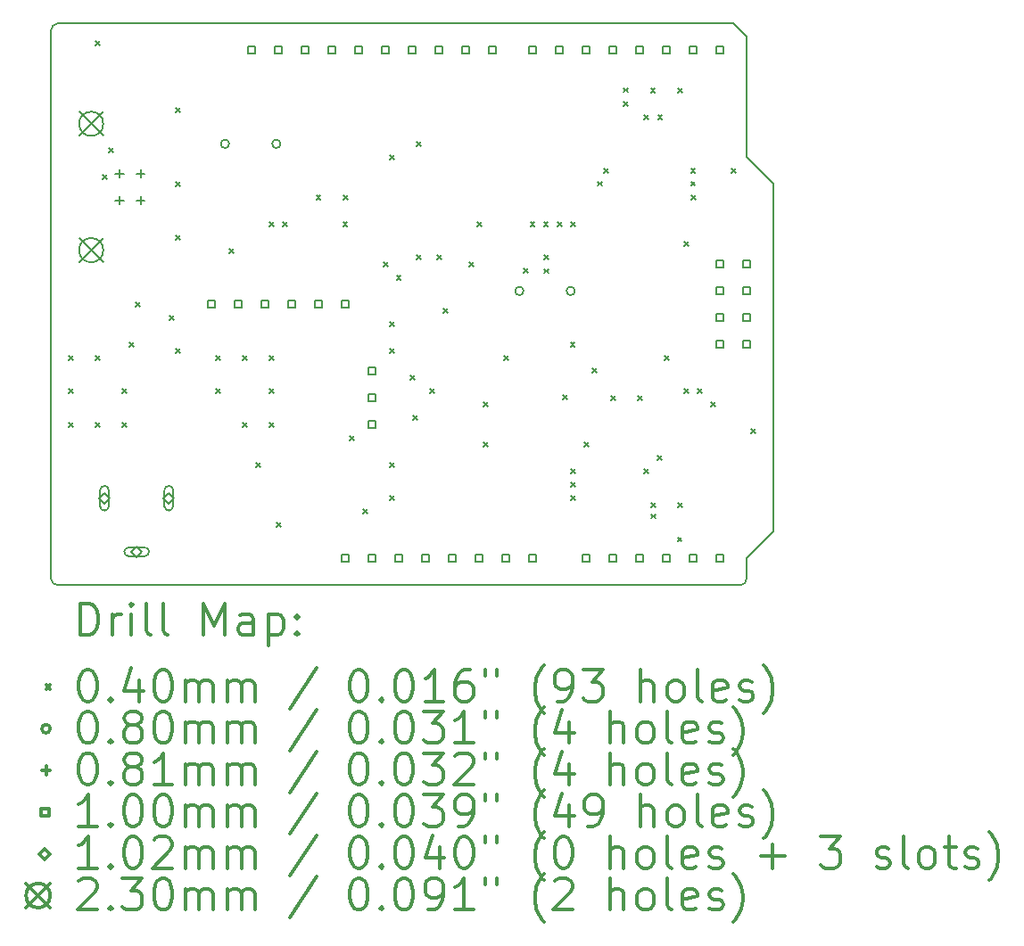
<source format=gbr>
%FSLAX45Y45*%
G04 Gerber Fmt 4.5, Leading zero omitted, Abs format (unit mm)*
G04 Created by KiCad (PCBNEW 5.1.5+dfsg1-2build2) date 2020-11-19 08:55:22*
%MOMM*%
%LPD*%
G04 APERTURE LIST*
%TA.AperFunction,Profile*%
%ADD10C,0.150000*%
%TD*%
%ADD11C,0.200000*%
%ADD12C,0.300000*%
G04 APERTURE END LIST*
D10*
X17970500Y-12954000D02*
G75*
G03X18034000Y-12890500I0J63500D01*
G01*
X11430000Y-12890500D02*
G75*
G03X11493500Y-12954000I63500J0D01*
G01*
X11493500Y-7620000D02*
G75*
G03X11430000Y-7683500I0J-63500D01*
G01*
X17907000Y-7620000D02*
X11493500Y-7620000D01*
X18034000Y-7747000D02*
X17907000Y-7620000D01*
X18034000Y-8890000D02*
X18034000Y-7747000D01*
X18288000Y-9144000D02*
X18034000Y-8890000D01*
X18288000Y-12446000D02*
X18288000Y-9144000D01*
X18034000Y-12700000D02*
X18288000Y-12446000D01*
X18034000Y-12890500D02*
X18034000Y-12700000D01*
X11493500Y-12954000D02*
X17970500Y-12954000D01*
X11430000Y-7683500D02*
X11430000Y-12890500D01*
D11*
X11600500Y-10775000D02*
X11640500Y-10815000D01*
X11640500Y-10775000D02*
X11600500Y-10815000D01*
X11600500Y-11092500D02*
X11640500Y-11132500D01*
X11640500Y-11092500D02*
X11600500Y-11132500D01*
X11600500Y-11410000D02*
X11640500Y-11450000D01*
X11640500Y-11410000D02*
X11600500Y-11450000D01*
X11854500Y-7790500D02*
X11894500Y-7830500D01*
X11894500Y-7790500D02*
X11854500Y-7830500D01*
X11854500Y-10775000D02*
X11894500Y-10815000D01*
X11894500Y-10775000D02*
X11854500Y-10815000D01*
X11854500Y-11410000D02*
X11894500Y-11450000D01*
X11894500Y-11410000D02*
X11854500Y-11450000D01*
X11921451Y-9056311D02*
X11961451Y-9096311D01*
X11961451Y-9056311D02*
X11921451Y-9096311D01*
X11981500Y-8806500D02*
X12021500Y-8846500D01*
X12021500Y-8806500D02*
X11981500Y-8846500D01*
X12108500Y-11092500D02*
X12148500Y-11132500D01*
X12148500Y-11092500D02*
X12108500Y-11132500D01*
X12108500Y-11410000D02*
X12148500Y-11450000D01*
X12148500Y-11410000D02*
X12108500Y-11450000D01*
X12172000Y-10648000D02*
X12212000Y-10688000D01*
X12212000Y-10648000D02*
X12172000Y-10688000D01*
X12235500Y-10267000D02*
X12275500Y-10307000D01*
X12275500Y-10267000D02*
X12235500Y-10307000D01*
X12553000Y-10394000D02*
X12593000Y-10434000D01*
X12593000Y-10394000D02*
X12553000Y-10434000D01*
X12616500Y-8425500D02*
X12656500Y-8465500D01*
X12656500Y-8425500D02*
X12616500Y-8465500D01*
X12616500Y-9124000D02*
X12656500Y-9164000D01*
X12656500Y-9124000D02*
X12616500Y-9164000D01*
X12616500Y-9632000D02*
X12656500Y-9672000D01*
X12656500Y-9632000D02*
X12616500Y-9672000D01*
X12616500Y-10711500D02*
X12656500Y-10751500D01*
X12656500Y-10711500D02*
X12616500Y-10751500D01*
X12997500Y-10775000D02*
X13037500Y-10815000D01*
X13037500Y-10775000D02*
X12997500Y-10815000D01*
X12997500Y-11092500D02*
X13037500Y-11132500D01*
X13037500Y-11092500D02*
X12997500Y-11132500D01*
X13124500Y-9759000D02*
X13164500Y-9799000D01*
X13164500Y-9759000D02*
X13124500Y-9799000D01*
X13251500Y-10775000D02*
X13291500Y-10815000D01*
X13291500Y-10775000D02*
X13251500Y-10815000D01*
X13251500Y-11410000D02*
X13291500Y-11450000D01*
X13291500Y-11410000D02*
X13251500Y-11450000D01*
X13376411Y-11794137D02*
X13416411Y-11834137D01*
X13416411Y-11794137D02*
X13376411Y-11834137D01*
X13505500Y-9505000D02*
X13545500Y-9545000D01*
X13545500Y-9505000D02*
X13505500Y-9545000D01*
X13505500Y-10775000D02*
X13545500Y-10815000D01*
X13545500Y-10775000D02*
X13505500Y-10815000D01*
X13505500Y-11092500D02*
X13545500Y-11132500D01*
X13545500Y-11092500D02*
X13505500Y-11132500D01*
X13505500Y-11410000D02*
X13545500Y-11450000D01*
X13545500Y-11410000D02*
X13505500Y-11450000D01*
X13569000Y-12362500D02*
X13609000Y-12402500D01*
X13609000Y-12362500D02*
X13569000Y-12402500D01*
X13632500Y-9505000D02*
X13672500Y-9545000D01*
X13672500Y-9505000D02*
X13632500Y-9545000D01*
X13949605Y-9251026D02*
X13989605Y-9291026D01*
X13989605Y-9251026D02*
X13949605Y-9291026D01*
X14203385Y-9504806D02*
X14243385Y-9544806D01*
X14243385Y-9504806D02*
X14203385Y-9544806D01*
X14203913Y-9251803D02*
X14243913Y-9291803D01*
X14243913Y-9251803D02*
X14203913Y-9291803D01*
X14268692Y-11536307D02*
X14308692Y-11576307D01*
X14308692Y-11536307D02*
X14268692Y-11576307D01*
X14394500Y-12235500D02*
X14434500Y-12275500D01*
X14434500Y-12235500D02*
X14394500Y-12275500D01*
X14585000Y-9886000D02*
X14625000Y-9926000D01*
X14625000Y-9886000D02*
X14585000Y-9926000D01*
X14646821Y-8873121D02*
X14686821Y-8913121D01*
X14686821Y-8873121D02*
X14646821Y-8913121D01*
X14648500Y-10711500D02*
X14688500Y-10751500D01*
X14688500Y-10711500D02*
X14648500Y-10751500D01*
X14648500Y-11791000D02*
X14688500Y-11831000D01*
X14688500Y-11791000D02*
X14648500Y-11831000D01*
X14649221Y-10457638D02*
X14689221Y-10497638D01*
X14689221Y-10457638D02*
X14649221Y-10497638D01*
X14649221Y-12108468D02*
X14689221Y-12148468D01*
X14689221Y-12108468D02*
X14649221Y-12148468D01*
X14711055Y-10015063D02*
X14751055Y-10055063D01*
X14751055Y-10015063D02*
X14711055Y-10055063D01*
X14839524Y-10964302D02*
X14879524Y-11004302D01*
X14879524Y-10964302D02*
X14839524Y-11004302D01*
X14866500Y-11346500D02*
X14906500Y-11386500D01*
X14906500Y-11346500D02*
X14866500Y-11386500D01*
X14902500Y-8743000D02*
X14942500Y-8783000D01*
X14942500Y-8743000D02*
X14902500Y-8783000D01*
X14902500Y-9822500D02*
X14942500Y-9862500D01*
X14942500Y-9822500D02*
X14902500Y-9862500D01*
X15029500Y-11092500D02*
X15069500Y-11132500D01*
X15069500Y-11092500D02*
X15029500Y-11132500D01*
X15093000Y-9822500D02*
X15133000Y-9862500D01*
X15133000Y-9822500D02*
X15093000Y-9862500D01*
X15153557Y-10329097D02*
X15193557Y-10369097D01*
X15193557Y-10329097D02*
X15153557Y-10369097D01*
X15400500Y-9886000D02*
X15440500Y-9926000D01*
X15440500Y-9886000D02*
X15400500Y-9926000D01*
X15474000Y-9505000D02*
X15514000Y-9545000D01*
X15514000Y-9505000D02*
X15474000Y-9545000D01*
X15537500Y-11219500D02*
X15577500Y-11259500D01*
X15577500Y-11219500D02*
X15537500Y-11259500D01*
X15537500Y-11600500D02*
X15577500Y-11640500D01*
X15577500Y-11600500D02*
X15537500Y-11640500D01*
X15728000Y-10775000D02*
X15768000Y-10815000D01*
X15768000Y-10775000D02*
X15728000Y-10815000D01*
X15918500Y-9949500D02*
X15958500Y-9989500D01*
X15958500Y-9949500D02*
X15918500Y-9989500D01*
X15979697Y-9508401D02*
X16019697Y-9548401D01*
X16019697Y-9508401D02*
X15979697Y-9548401D01*
X16108635Y-9508401D02*
X16148635Y-9548401D01*
X16148635Y-9508401D02*
X16108635Y-9548401D01*
X16109000Y-9822500D02*
X16149000Y-9862500D01*
X16149000Y-9822500D02*
X16109000Y-9862500D01*
X16109934Y-9950829D02*
X16149934Y-9990829D01*
X16149934Y-9950829D02*
X16109934Y-9990829D01*
X16237573Y-9508401D02*
X16277573Y-9548401D01*
X16277573Y-9508401D02*
X16237573Y-9548401D01*
X16289897Y-11148965D02*
X16329897Y-11188965D01*
X16329897Y-11148965D02*
X16289897Y-11188965D01*
X16361428Y-10649600D02*
X16401428Y-10689600D01*
X16401428Y-10649600D02*
X16361428Y-10689600D01*
X16363000Y-11854500D02*
X16403000Y-11894500D01*
X16403000Y-11854500D02*
X16363000Y-11894500D01*
X16363000Y-11981500D02*
X16403000Y-12021500D01*
X16403000Y-11981500D02*
X16363000Y-12021500D01*
X16363000Y-12108500D02*
X16403000Y-12148500D01*
X16403000Y-12108500D02*
X16363000Y-12148500D01*
X16366511Y-9508401D02*
X16406511Y-9548401D01*
X16406511Y-9508401D02*
X16366511Y-9548401D01*
X16490000Y-11600500D02*
X16530000Y-11640500D01*
X16530000Y-11600500D02*
X16490000Y-11640500D01*
X16570000Y-10896687D02*
X16610000Y-10936687D01*
X16610000Y-10896687D02*
X16570000Y-10936687D01*
X16617224Y-9121588D02*
X16657224Y-9161588D01*
X16657224Y-9121588D02*
X16617224Y-9161588D01*
X16681693Y-8999813D02*
X16721693Y-9039813D01*
X16721693Y-8999813D02*
X16681693Y-9039813D01*
X16744000Y-11156000D02*
X16784000Y-11196000D01*
X16784000Y-11156000D02*
X16744000Y-11196000D01*
X16867936Y-8233349D02*
X16907936Y-8273349D01*
X16907936Y-8233349D02*
X16867936Y-8273349D01*
X16867936Y-8362287D02*
X16907936Y-8402287D01*
X16907936Y-8362287D02*
X16867936Y-8402287D01*
X16998000Y-11156000D02*
X17038000Y-11196000D01*
X17038000Y-11156000D02*
X16998000Y-11196000D01*
X17061343Y-8491225D02*
X17101343Y-8531225D01*
X17101343Y-8491225D02*
X17061343Y-8531225D01*
X17061500Y-11854500D02*
X17101500Y-11894500D01*
X17101500Y-11854500D02*
X17061500Y-11894500D01*
X17123919Y-8235242D02*
X17163919Y-8275242D01*
X17163919Y-8235242D02*
X17123919Y-8275242D01*
X17125753Y-12173455D02*
X17165753Y-12213455D01*
X17165753Y-12173455D02*
X17125753Y-12213455D01*
X17125753Y-12278456D02*
X17165753Y-12318456D01*
X17165753Y-12278456D02*
X17125753Y-12318456D01*
X17188500Y-11727500D02*
X17228500Y-11767500D01*
X17228500Y-11727500D02*
X17188500Y-11767500D01*
X17190281Y-8491225D02*
X17230281Y-8531225D01*
X17230281Y-8491225D02*
X17190281Y-8531225D01*
X17252000Y-10775000D02*
X17292000Y-10815000D01*
X17292000Y-10775000D02*
X17252000Y-10815000D01*
X17377441Y-12498837D02*
X17417441Y-12538837D01*
X17417441Y-12498837D02*
X17377441Y-12538837D01*
X17379000Y-8235000D02*
X17419000Y-8275000D01*
X17419000Y-8235000D02*
X17379000Y-8275000D01*
X17379000Y-12172000D02*
X17419000Y-12212000D01*
X17419000Y-12172000D02*
X17379000Y-12212000D01*
X17442500Y-9695500D02*
X17482500Y-9735500D01*
X17482500Y-9695500D02*
X17442500Y-9735500D01*
X17442500Y-11092500D02*
X17482500Y-11132500D01*
X17482500Y-11092500D02*
X17442500Y-11132500D01*
X17505463Y-8999813D02*
X17545463Y-9039813D01*
X17545463Y-8999813D02*
X17505463Y-9039813D01*
X17505463Y-9121588D02*
X17545463Y-9161588D01*
X17545463Y-9121588D02*
X17505463Y-9161588D01*
X17506000Y-9251000D02*
X17546000Y-9291000D01*
X17546000Y-9251000D02*
X17506000Y-9291000D01*
X17569500Y-11092500D02*
X17609500Y-11132500D01*
X17609500Y-11092500D02*
X17569500Y-11132500D01*
X17696500Y-11219500D02*
X17736500Y-11259500D01*
X17736500Y-11219500D02*
X17696500Y-11259500D01*
X17887000Y-8997000D02*
X17927000Y-9037000D01*
X17927000Y-8997000D02*
X17887000Y-9037000D01*
X18077500Y-11473500D02*
X18117500Y-11513500D01*
X18117500Y-11473500D02*
X18077500Y-11513500D01*
X13121000Y-8763000D02*
G75*
G03X13121000Y-8763000I-40000J0D01*
G01*
X13609000Y-8763000D02*
G75*
G03X13609000Y-8763000I-40000J0D01*
G01*
X15915000Y-10160000D02*
G75*
G03X15915000Y-10160000I-40000J0D01*
G01*
X16403000Y-10160000D02*
G75*
G03X16403000Y-10160000I-40000J0D01*
G01*
X12081000Y-9005000D02*
X12081000Y-9086000D01*
X12040500Y-9045500D02*
X12121500Y-9045500D01*
X12081000Y-9259000D02*
X12081000Y-9340000D01*
X12040500Y-9299500D02*
X12121500Y-9299500D01*
X12281000Y-9005000D02*
X12281000Y-9086000D01*
X12240500Y-9045500D02*
X12321500Y-9045500D01*
X12281000Y-9259000D02*
X12281000Y-9340000D01*
X12240500Y-9299500D02*
X12321500Y-9299500D01*
X12989356Y-10322356D02*
X12989356Y-10251644D01*
X12918644Y-10251644D01*
X12918644Y-10322356D01*
X12989356Y-10322356D01*
X13243356Y-10322356D02*
X13243356Y-10251644D01*
X13172644Y-10251644D01*
X13172644Y-10322356D01*
X13243356Y-10322356D01*
X13497356Y-10322356D02*
X13497356Y-10251644D01*
X13426644Y-10251644D01*
X13426644Y-10322356D01*
X13497356Y-10322356D01*
X13751356Y-10322356D02*
X13751356Y-10251644D01*
X13680644Y-10251644D01*
X13680644Y-10322356D01*
X13751356Y-10322356D01*
X14005356Y-10322356D02*
X14005356Y-10251644D01*
X13934644Y-10251644D01*
X13934644Y-10322356D01*
X14005356Y-10322356D01*
X14259356Y-10322356D02*
X14259356Y-10251644D01*
X14188644Y-10251644D01*
X14188644Y-10322356D01*
X14259356Y-10322356D01*
X16545356Y-12735356D02*
X16545356Y-12664644D01*
X16474644Y-12664644D01*
X16474644Y-12735356D01*
X16545356Y-12735356D01*
X16799356Y-12735356D02*
X16799356Y-12664644D01*
X16728644Y-12664644D01*
X16728644Y-12735356D01*
X16799356Y-12735356D01*
X17053356Y-12735356D02*
X17053356Y-12664644D01*
X16982644Y-12664644D01*
X16982644Y-12735356D01*
X17053356Y-12735356D01*
X17307356Y-12735356D02*
X17307356Y-12664644D01*
X17236644Y-12664644D01*
X17236644Y-12735356D01*
X17307356Y-12735356D01*
X17561356Y-12735356D02*
X17561356Y-12664644D01*
X17490644Y-12664644D01*
X17490644Y-12735356D01*
X17561356Y-12735356D01*
X17815356Y-12735356D02*
X17815356Y-12664644D01*
X17744644Y-12664644D01*
X17744644Y-12735356D01*
X17815356Y-12735356D01*
X13370356Y-7909356D02*
X13370356Y-7838644D01*
X13299644Y-7838644D01*
X13299644Y-7909356D01*
X13370356Y-7909356D01*
X13624356Y-7909356D02*
X13624356Y-7838644D01*
X13553644Y-7838644D01*
X13553644Y-7909356D01*
X13624356Y-7909356D01*
X13878356Y-7909356D02*
X13878356Y-7838644D01*
X13807644Y-7838644D01*
X13807644Y-7909356D01*
X13878356Y-7909356D01*
X14132356Y-7909356D02*
X14132356Y-7838644D01*
X14061644Y-7838644D01*
X14061644Y-7909356D01*
X14132356Y-7909356D01*
X14386356Y-7909356D02*
X14386356Y-7838644D01*
X14315644Y-7838644D01*
X14315644Y-7909356D01*
X14386356Y-7909356D01*
X14640356Y-7909356D02*
X14640356Y-7838644D01*
X14569644Y-7838644D01*
X14569644Y-7909356D01*
X14640356Y-7909356D01*
X14894356Y-7909356D02*
X14894356Y-7838644D01*
X14823644Y-7838644D01*
X14823644Y-7909356D01*
X14894356Y-7909356D01*
X15148356Y-7909356D02*
X15148356Y-7838644D01*
X15077644Y-7838644D01*
X15077644Y-7909356D01*
X15148356Y-7909356D01*
X15402356Y-7909356D02*
X15402356Y-7838644D01*
X15331644Y-7838644D01*
X15331644Y-7909356D01*
X15402356Y-7909356D01*
X15656356Y-7909356D02*
X15656356Y-7838644D01*
X15585644Y-7838644D01*
X15585644Y-7909356D01*
X15656356Y-7909356D01*
X16037356Y-7909356D02*
X16037356Y-7838644D01*
X15966644Y-7838644D01*
X15966644Y-7909356D01*
X16037356Y-7909356D01*
X16291356Y-7909356D02*
X16291356Y-7838644D01*
X16220644Y-7838644D01*
X16220644Y-7909356D01*
X16291356Y-7909356D01*
X16545356Y-7909356D02*
X16545356Y-7838644D01*
X16474644Y-7838644D01*
X16474644Y-7909356D01*
X16545356Y-7909356D01*
X16799356Y-7909356D02*
X16799356Y-7838644D01*
X16728644Y-7838644D01*
X16728644Y-7909356D01*
X16799356Y-7909356D01*
X17053356Y-7909356D02*
X17053356Y-7838644D01*
X16982644Y-7838644D01*
X16982644Y-7909356D01*
X17053356Y-7909356D01*
X17307356Y-7909356D02*
X17307356Y-7838644D01*
X17236644Y-7838644D01*
X17236644Y-7909356D01*
X17307356Y-7909356D01*
X17561356Y-7909356D02*
X17561356Y-7838644D01*
X17490644Y-7838644D01*
X17490644Y-7909356D01*
X17561356Y-7909356D01*
X17815356Y-7909356D02*
X17815356Y-7838644D01*
X17744644Y-7838644D01*
X17744644Y-7909356D01*
X17815356Y-7909356D01*
X14259356Y-12735356D02*
X14259356Y-12664644D01*
X14188644Y-12664644D01*
X14188644Y-12735356D01*
X14259356Y-12735356D01*
X14513356Y-12735356D02*
X14513356Y-12664644D01*
X14442644Y-12664644D01*
X14442644Y-12735356D01*
X14513356Y-12735356D01*
X14767356Y-12735356D02*
X14767356Y-12664644D01*
X14696644Y-12664644D01*
X14696644Y-12735356D01*
X14767356Y-12735356D01*
X15021356Y-12735356D02*
X15021356Y-12664644D01*
X14950644Y-12664644D01*
X14950644Y-12735356D01*
X15021356Y-12735356D01*
X15275356Y-12735356D02*
X15275356Y-12664644D01*
X15204644Y-12664644D01*
X15204644Y-12735356D01*
X15275356Y-12735356D01*
X15529356Y-12735356D02*
X15529356Y-12664644D01*
X15458644Y-12664644D01*
X15458644Y-12735356D01*
X15529356Y-12735356D01*
X15783356Y-12735356D02*
X15783356Y-12664644D01*
X15712644Y-12664644D01*
X15712644Y-12735356D01*
X15783356Y-12735356D01*
X16037356Y-12735356D02*
X16037356Y-12664644D01*
X15966644Y-12664644D01*
X15966644Y-12735356D01*
X16037356Y-12735356D01*
X14513356Y-10957356D02*
X14513356Y-10886644D01*
X14442644Y-10886644D01*
X14442644Y-10957356D01*
X14513356Y-10957356D01*
X14513356Y-11211356D02*
X14513356Y-11140644D01*
X14442644Y-11140644D01*
X14442644Y-11211356D01*
X14513356Y-11211356D01*
X14513356Y-11465356D02*
X14513356Y-11394644D01*
X14442644Y-11394644D01*
X14442644Y-11465356D01*
X14513356Y-11465356D01*
X17815356Y-9941356D02*
X17815356Y-9870644D01*
X17744644Y-9870644D01*
X17744644Y-9941356D01*
X17815356Y-9941356D01*
X17815356Y-10195356D02*
X17815356Y-10124644D01*
X17744644Y-10124644D01*
X17744644Y-10195356D01*
X17815356Y-10195356D01*
X17815356Y-10449356D02*
X17815356Y-10378644D01*
X17744644Y-10378644D01*
X17744644Y-10449356D01*
X17815356Y-10449356D01*
X17815356Y-10703356D02*
X17815356Y-10632644D01*
X17744644Y-10632644D01*
X17744644Y-10703356D01*
X17815356Y-10703356D01*
X18069356Y-9941356D02*
X18069356Y-9870644D01*
X17998644Y-9870644D01*
X17998644Y-9941356D01*
X18069356Y-9941356D01*
X18069356Y-10195356D02*
X18069356Y-10124644D01*
X17998644Y-10124644D01*
X17998644Y-10195356D01*
X18069356Y-10195356D01*
X18069356Y-10449356D02*
X18069356Y-10378644D01*
X17998644Y-10378644D01*
X17998644Y-10449356D01*
X18069356Y-10449356D01*
X18069356Y-10703356D02*
X18069356Y-10632644D01*
X17998644Y-10632644D01*
X17998644Y-10703356D01*
X18069356Y-10703356D01*
X11938000Y-12179500D02*
X11989000Y-12128500D01*
X11938000Y-12077500D01*
X11887000Y-12128500D01*
X11938000Y-12179500D01*
X11897000Y-12052500D02*
X11897000Y-12204500D01*
X11979000Y-12052500D02*
X11979000Y-12204500D01*
X11897000Y-12204500D02*
G75*
G03X11979000Y-12204500I41000J0D01*
G01*
X11979000Y-12052500D02*
G75*
G03X11897000Y-12052500I-41000J0D01*
G01*
X12243000Y-12687500D02*
X12294000Y-12636500D01*
X12243000Y-12585500D01*
X12192000Y-12636500D01*
X12243000Y-12687500D01*
X12167000Y-12677500D02*
X12319000Y-12677500D01*
X12167000Y-12595500D02*
X12319000Y-12595500D01*
X12319000Y-12677500D02*
G75*
G03X12319000Y-12595500I0J41000D01*
G01*
X12167000Y-12595500D02*
G75*
G03X12167000Y-12677500I0J-41000D01*
G01*
X12548000Y-12179500D02*
X12599000Y-12128500D01*
X12548000Y-12077500D01*
X12497000Y-12128500D01*
X12548000Y-12179500D01*
X12507000Y-12052500D02*
X12507000Y-12204500D01*
X12589000Y-12052500D02*
X12589000Y-12204500D01*
X12507000Y-12204500D02*
G75*
G03X12589000Y-12204500I41000J0D01*
G01*
X12589000Y-12052500D02*
G75*
G03X12507000Y-12052500I-41000J0D01*
G01*
X11696000Y-8457500D02*
X11926000Y-8687500D01*
X11926000Y-8457500D02*
X11696000Y-8687500D01*
X11926000Y-8572500D02*
G75*
G03X11926000Y-8572500I-115000J0D01*
G01*
X11696000Y-9657500D02*
X11926000Y-9887500D01*
X11926000Y-9657500D02*
X11696000Y-9887500D01*
X11926000Y-9772500D02*
G75*
G03X11926000Y-9772500I-115000J0D01*
G01*
D12*
X11708928Y-13427214D02*
X11708928Y-13127214D01*
X11780357Y-13127214D01*
X11823214Y-13141500D01*
X11851786Y-13170071D01*
X11866071Y-13198643D01*
X11880357Y-13255786D01*
X11880357Y-13298643D01*
X11866071Y-13355786D01*
X11851786Y-13384357D01*
X11823214Y-13412929D01*
X11780357Y-13427214D01*
X11708928Y-13427214D01*
X12008928Y-13427214D02*
X12008928Y-13227214D01*
X12008928Y-13284357D02*
X12023214Y-13255786D01*
X12037500Y-13241500D01*
X12066071Y-13227214D01*
X12094643Y-13227214D01*
X12194643Y-13427214D02*
X12194643Y-13227214D01*
X12194643Y-13127214D02*
X12180357Y-13141500D01*
X12194643Y-13155786D01*
X12208928Y-13141500D01*
X12194643Y-13127214D01*
X12194643Y-13155786D01*
X12380357Y-13427214D02*
X12351786Y-13412929D01*
X12337500Y-13384357D01*
X12337500Y-13127214D01*
X12537500Y-13427214D02*
X12508928Y-13412929D01*
X12494643Y-13384357D01*
X12494643Y-13127214D01*
X12880357Y-13427214D02*
X12880357Y-13127214D01*
X12980357Y-13341500D01*
X13080357Y-13127214D01*
X13080357Y-13427214D01*
X13351786Y-13427214D02*
X13351786Y-13270071D01*
X13337500Y-13241500D01*
X13308928Y-13227214D01*
X13251786Y-13227214D01*
X13223214Y-13241500D01*
X13351786Y-13412929D02*
X13323214Y-13427214D01*
X13251786Y-13427214D01*
X13223214Y-13412929D01*
X13208928Y-13384357D01*
X13208928Y-13355786D01*
X13223214Y-13327214D01*
X13251786Y-13312929D01*
X13323214Y-13312929D01*
X13351786Y-13298643D01*
X13494643Y-13227214D02*
X13494643Y-13527214D01*
X13494643Y-13241500D02*
X13523214Y-13227214D01*
X13580357Y-13227214D01*
X13608928Y-13241500D01*
X13623214Y-13255786D01*
X13637500Y-13284357D01*
X13637500Y-13370071D01*
X13623214Y-13398643D01*
X13608928Y-13412929D01*
X13580357Y-13427214D01*
X13523214Y-13427214D01*
X13494643Y-13412929D01*
X13766071Y-13398643D02*
X13780357Y-13412929D01*
X13766071Y-13427214D01*
X13751786Y-13412929D01*
X13766071Y-13398643D01*
X13766071Y-13427214D01*
X13766071Y-13241500D02*
X13780357Y-13255786D01*
X13766071Y-13270071D01*
X13751786Y-13255786D01*
X13766071Y-13241500D01*
X13766071Y-13270071D01*
X11382500Y-13901500D02*
X11422500Y-13941500D01*
X11422500Y-13901500D02*
X11382500Y-13941500D01*
X11766071Y-13757214D02*
X11794643Y-13757214D01*
X11823214Y-13771500D01*
X11837500Y-13785786D01*
X11851786Y-13814357D01*
X11866071Y-13871500D01*
X11866071Y-13942929D01*
X11851786Y-14000071D01*
X11837500Y-14028643D01*
X11823214Y-14042929D01*
X11794643Y-14057214D01*
X11766071Y-14057214D01*
X11737500Y-14042929D01*
X11723214Y-14028643D01*
X11708928Y-14000071D01*
X11694643Y-13942929D01*
X11694643Y-13871500D01*
X11708928Y-13814357D01*
X11723214Y-13785786D01*
X11737500Y-13771500D01*
X11766071Y-13757214D01*
X11994643Y-14028643D02*
X12008928Y-14042929D01*
X11994643Y-14057214D01*
X11980357Y-14042929D01*
X11994643Y-14028643D01*
X11994643Y-14057214D01*
X12266071Y-13857214D02*
X12266071Y-14057214D01*
X12194643Y-13742929D02*
X12123214Y-13957214D01*
X12308928Y-13957214D01*
X12480357Y-13757214D02*
X12508928Y-13757214D01*
X12537500Y-13771500D01*
X12551786Y-13785786D01*
X12566071Y-13814357D01*
X12580357Y-13871500D01*
X12580357Y-13942929D01*
X12566071Y-14000071D01*
X12551786Y-14028643D01*
X12537500Y-14042929D01*
X12508928Y-14057214D01*
X12480357Y-14057214D01*
X12451786Y-14042929D01*
X12437500Y-14028643D01*
X12423214Y-14000071D01*
X12408928Y-13942929D01*
X12408928Y-13871500D01*
X12423214Y-13814357D01*
X12437500Y-13785786D01*
X12451786Y-13771500D01*
X12480357Y-13757214D01*
X12708928Y-14057214D02*
X12708928Y-13857214D01*
X12708928Y-13885786D02*
X12723214Y-13871500D01*
X12751786Y-13857214D01*
X12794643Y-13857214D01*
X12823214Y-13871500D01*
X12837500Y-13900071D01*
X12837500Y-14057214D01*
X12837500Y-13900071D02*
X12851786Y-13871500D01*
X12880357Y-13857214D01*
X12923214Y-13857214D01*
X12951786Y-13871500D01*
X12966071Y-13900071D01*
X12966071Y-14057214D01*
X13108928Y-14057214D02*
X13108928Y-13857214D01*
X13108928Y-13885786D02*
X13123214Y-13871500D01*
X13151786Y-13857214D01*
X13194643Y-13857214D01*
X13223214Y-13871500D01*
X13237500Y-13900071D01*
X13237500Y-14057214D01*
X13237500Y-13900071D02*
X13251786Y-13871500D01*
X13280357Y-13857214D01*
X13323214Y-13857214D01*
X13351786Y-13871500D01*
X13366071Y-13900071D01*
X13366071Y-14057214D01*
X13951786Y-13742929D02*
X13694643Y-14128643D01*
X14337500Y-13757214D02*
X14366071Y-13757214D01*
X14394643Y-13771500D01*
X14408928Y-13785786D01*
X14423214Y-13814357D01*
X14437500Y-13871500D01*
X14437500Y-13942929D01*
X14423214Y-14000071D01*
X14408928Y-14028643D01*
X14394643Y-14042929D01*
X14366071Y-14057214D01*
X14337500Y-14057214D01*
X14308928Y-14042929D01*
X14294643Y-14028643D01*
X14280357Y-14000071D01*
X14266071Y-13942929D01*
X14266071Y-13871500D01*
X14280357Y-13814357D01*
X14294643Y-13785786D01*
X14308928Y-13771500D01*
X14337500Y-13757214D01*
X14566071Y-14028643D02*
X14580357Y-14042929D01*
X14566071Y-14057214D01*
X14551786Y-14042929D01*
X14566071Y-14028643D01*
X14566071Y-14057214D01*
X14766071Y-13757214D02*
X14794643Y-13757214D01*
X14823214Y-13771500D01*
X14837500Y-13785786D01*
X14851786Y-13814357D01*
X14866071Y-13871500D01*
X14866071Y-13942929D01*
X14851786Y-14000071D01*
X14837500Y-14028643D01*
X14823214Y-14042929D01*
X14794643Y-14057214D01*
X14766071Y-14057214D01*
X14737500Y-14042929D01*
X14723214Y-14028643D01*
X14708928Y-14000071D01*
X14694643Y-13942929D01*
X14694643Y-13871500D01*
X14708928Y-13814357D01*
X14723214Y-13785786D01*
X14737500Y-13771500D01*
X14766071Y-13757214D01*
X15151786Y-14057214D02*
X14980357Y-14057214D01*
X15066071Y-14057214D02*
X15066071Y-13757214D01*
X15037500Y-13800071D01*
X15008928Y-13828643D01*
X14980357Y-13842929D01*
X15408928Y-13757214D02*
X15351786Y-13757214D01*
X15323214Y-13771500D01*
X15308928Y-13785786D01*
X15280357Y-13828643D01*
X15266071Y-13885786D01*
X15266071Y-14000071D01*
X15280357Y-14028643D01*
X15294643Y-14042929D01*
X15323214Y-14057214D01*
X15380357Y-14057214D01*
X15408928Y-14042929D01*
X15423214Y-14028643D01*
X15437500Y-14000071D01*
X15437500Y-13928643D01*
X15423214Y-13900071D01*
X15408928Y-13885786D01*
X15380357Y-13871500D01*
X15323214Y-13871500D01*
X15294643Y-13885786D01*
X15280357Y-13900071D01*
X15266071Y-13928643D01*
X15551786Y-13757214D02*
X15551786Y-13814357D01*
X15666071Y-13757214D02*
X15666071Y-13814357D01*
X16108928Y-14171500D02*
X16094643Y-14157214D01*
X16066071Y-14114357D01*
X16051786Y-14085786D01*
X16037500Y-14042929D01*
X16023214Y-13971500D01*
X16023214Y-13914357D01*
X16037500Y-13842929D01*
X16051786Y-13800071D01*
X16066071Y-13771500D01*
X16094643Y-13728643D01*
X16108928Y-13714357D01*
X16237500Y-14057214D02*
X16294643Y-14057214D01*
X16323214Y-14042929D01*
X16337500Y-14028643D01*
X16366071Y-13985786D01*
X16380357Y-13928643D01*
X16380357Y-13814357D01*
X16366071Y-13785786D01*
X16351786Y-13771500D01*
X16323214Y-13757214D01*
X16266071Y-13757214D01*
X16237500Y-13771500D01*
X16223214Y-13785786D01*
X16208928Y-13814357D01*
X16208928Y-13885786D01*
X16223214Y-13914357D01*
X16237500Y-13928643D01*
X16266071Y-13942929D01*
X16323214Y-13942929D01*
X16351786Y-13928643D01*
X16366071Y-13914357D01*
X16380357Y-13885786D01*
X16480357Y-13757214D02*
X16666071Y-13757214D01*
X16566071Y-13871500D01*
X16608928Y-13871500D01*
X16637500Y-13885786D01*
X16651786Y-13900071D01*
X16666071Y-13928643D01*
X16666071Y-14000071D01*
X16651786Y-14028643D01*
X16637500Y-14042929D01*
X16608928Y-14057214D01*
X16523214Y-14057214D01*
X16494643Y-14042929D01*
X16480357Y-14028643D01*
X17023214Y-14057214D02*
X17023214Y-13757214D01*
X17151786Y-14057214D02*
X17151786Y-13900071D01*
X17137500Y-13871500D01*
X17108928Y-13857214D01*
X17066071Y-13857214D01*
X17037500Y-13871500D01*
X17023214Y-13885786D01*
X17337500Y-14057214D02*
X17308928Y-14042929D01*
X17294643Y-14028643D01*
X17280357Y-14000071D01*
X17280357Y-13914357D01*
X17294643Y-13885786D01*
X17308928Y-13871500D01*
X17337500Y-13857214D01*
X17380357Y-13857214D01*
X17408928Y-13871500D01*
X17423214Y-13885786D01*
X17437500Y-13914357D01*
X17437500Y-14000071D01*
X17423214Y-14028643D01*
X17408928Y-14042929D01*
X17380357Y-14057214D01*
X17337500Y-14057214D01*
X17608928Y-14057214D02*
X17580357Y-14042929D01*
X17566071Y-14014357D01*
X17566071Y-13757214D01*
X17837500Y-14042929D02*
X17808928Y-14057214D01*
X17751786Y-14057214D01*
X17723214Y-14042929D01*
X17708928Y-14014357D01*
X17708928Y-13900071D01*
X17723214Y-13871500D01*
X17751786Y-13857214D01*
X17808928Y-13857214D01*
X17837500Y-13871500D01*
X17851786Y-13900071D01*
X17851786Y-13928643D01*
X17708928Y-13957214D01*
X17966071Y-14042929D02*
X17994643Y-14057214D01*
X18051786Y-14057214D01*
X18080357Y-14042929D01*
X18094643Y-14014357D01*
X18094643Y-14000071D01*
X18080357Y-13971500D01*
X18051786Y-13957214D01*
X18008928Y-13957214D01*
X17980357Y-13942929D01*
X17966071Y-13914357D01*
X17966071Y-13900071D01*
X17980357Y-13871500D01*
X18008928Y-13857214D01*
X18051786Y-13857214D01*
X18080357Y-13871500D01*
X18194643Y-14171500D02*
X18208928Y-14157214D01*
X18237500Y-14114357D01*
X18251786Y-14085786D01*
X18266071Y-14042929D01*
X18280357Y-13971500D01*
X18280357Y-13914357D01*
X18266071Y-13842929D01*
X18251786Y-13800071D01*
X18237500Y-13771500D01*
X18208928Y-13728643D01*
X18194643Y-13714357D01*
X11422500Y-14317500D02*
G75*
G03X11422500Y-14317500I-40000J0D01*
G01*
X11766071Y-14153214D02*
X11794643Y-14153214D01*
X11823214Y-14167500D01*
X11837500Y-14181786D01*
X11851786Y-14210357D01*
X11866071Y-14267500D01*
X11866071Y-14338929D01*
X11851786Y-14396071D01*
X11837500Y-14424643D01*
X11823214Y-14438929D01*
X11794643Y-14453214D01*
X11766071Y-14453214D01*
X11737500Y-14438929D01*
X11723214Y-14424643D01*
X11708928Y-14396071D01*
X11694643Y-14338929D01*
X11694643Y-14267500D01*
X11708928Y-14210357D01*
X11723214Y-14181786D01*
X11737500Y-14167500D01*
X11766071Y-14153214D01*
X11994643Y-14424643D02*
X12008928Y-14438929D01*
X11994643Y-14453214D01*
X11980357Y-14438929D01*
X11994643Y-14424643D01*
X11994643Y-14453214D01*
X12180357Y-14281786D02*
X12151786Y-14267500D01*
X12137500Y-14253214D01*
X12123214Y-14224643D01*
X12123214Y-14210357D01*
X12137500Y-14181786D01*
X12151786Y-14167500D01*
X12180357Y-14153214D01*
X12237500Y-14153214D01*
X12266071Y-14167500D01*
X12280357Y-14181786D01*
X12294643Y-14210357D01*
X12294643Y-14224643D01*
X12280357Y-14253214D01*
X12266071Y-14267500D01*
X12237500Y-14281786D01*
X12180357Y-14281786D01*
X12151786Y-14296071D01*
X12137500Y-14310357D01*
X12123214Y-14338929D01*
X12123214Y-14396071D01*
X12137500Y-14424643D01*
X12151786Y-14438929D01*
X12180357Y-14453214D01*
X12237500Y-14453214D01*
X12266071Y-14438929D01*
X12280357Y-14424643D01*
X12294643Y-14396071D01*
X12294643Y-14338929D01*
X12280357Y-14310357D01*
X12266071Y-14296071D01*
X12237500Y-14281786D01*
X12480357Y-14153214D02*
X12508928Y-14153214D01*
X12537500Y-14167500D01*
X12551786Y-14181786D01*
X12566071Y-14210357D01*
X12580357Y-14267500D01*
X12580357Y-14338929D01*
X12566071Y-14396071D01*
X12551786Y-14424643D01*
X12537500Y-14438929D01*
X12508928Y-14453214D01*
X12480357Y-14453214D01*
X12451786Y-14438929D01*
X12437500Y-14424643D01*
X12423214Y-14396071D01*
X12408928Y-14338929D01*
X12408928Y-14267500D01*
X12423214Y-14210357D01*
X12437500Y-14181786D01*
X12451786Y-14167500D01*
X12480357Y-14153214D01*
X12708928Y-14453214D02*
X12708928Y-14253214D01*
X12708928Y-14281786D02*
X12723214Y-14267500D01*
X12751786Y-14253214D01*
X12794643Y-14253214D01*
X12823214Y-14267500D01*
X12837500Y-14296071D01*
X12837500Y-14453214D01*
X12837500Y-14296071D02*
X12851786Y-14267500D01*
X12880357Y-14253214D01*
X12923214Y-14253214D01*
X12951786Y-14267500D01*
X12966071Y-14296071D01*
X12966071Y-14453214D01*
X13108928Y-14453214D02*
X13108928Y-14253214D01*
X13108928Y-14281786D02*
X13123214Y-14267500D01*
X13151786Y-14253214D01*
X13194643Y-14253214D01*
X13223214Y-14267500D01*
X13237500Y-14296071D01*
X13237500Y-14453214D01*
X13237500Y-14296071D02*
X13251786Y-14267500D01*
X13280357Y-14253214D01*
X13323214Y-14253214D01*
X13351786Y-14267500D01*
X13366071Y-14296071D01*
X13366071Y-14453214D01*
X13951786Y-14138929D02*
X13694643Y-14524643D01*
X14337500Y-14153214D02*
X14366071Y-14153214D01*
X14394643Y-14167500D01*
X14408928Y-14181786D01*
X14423214Y-14210357D01*
X14437500Y-14267500D01*
X14437500Y-14338929D01*
X14423214Y-14396071D01*
X14408928Y-14424643D01*
X14394643Y-14438929D01*
X14366071Y-14453214D01*
X14337500Y-14453214D01*
X14308928Y-14438929D01*
X14294643Y-14424643D01*
X14280357Y-14396071D01*
X14266071Y-14338929D01*
X14266071Y-14267500D01*
X14280357Y-14210357D01*
X14294643Y-14181786D01*
X14308928Y-14167500D01*
X14337500Y-14153214D01*
X14566071Y-14424643D02*
X14580357Y-14438929D01*
X14566071Y-14453214D01*
X14551786Y-14438929D01*
X14566071Y-14424643D01*
X14566071Y-14453214D01*
X14766071Y-14153214D02*
X14794643Y-14153214D01*
X14823214Y-14167500D01*
X14837500Y-14181786D01*
X14851786Y-14210357D01*
X14866071Y-14267500D01*
X14866071Y-14338929D01*
X14851786Y-14396071D01*
X14837500Y-14424643D01*
X14823214Y-14438929D01*
X14794643Y-14453214D01*
X14766071Y-14453214D01*
X14737500Y-14438929D01*
X14723214Y-14424643D01*
X14708928Y-14396071D01*
X14694643Y-14338929D01*
X14694643Y-14267500D01*
X14708928Y-14210357D01*
X14723214Y-14181786D01*
X14737500Y-14167500D01*
X14766071Y-14153214D01*
X14966071Y-14153214D02*
X15151786Y-14153214D01*
X15051786Y-14267500D01*
X15094643Y-14267500D01*
X15123214Y-14281786D01*
X15137500Y-14296071D01*
X15151786Y-14324643D01*
X15151786Y-14396071D01*
X15137500Y-14424643D01*
X15123214Y-14438929D01*
X15094643Y-14453214D01*
X15008928Y-14453214D01*
X14980357Y-14438929D01*
X14966071Y-14424643D01*
X15437500Y-14453214D02*
X15266071Y-14453214D01*
X15351786Y-14453214D02*
X15351786Y-14153214D01*
X15323214Y-14196071D01*
X15294643Y-14224643D01*
X15266071Y-14238929D01*
X15551786Y-14153214D02*
X15551786Y-14210357D01*
X15666071Y-14153214D02*
X15666071Y-14210357D01*
X16108928Y-14567500D02*
X16094643Y-14553214D01*
X16066071Y-14510357D01*
X16051786Y-14481786D01*
X16037500Y-14438929D01*
X16023214Y-14367500D01*
X16023214Y-14310357D01*
X16037500Y-14238929D01*
X16051786Y-14196071D01*
X16066071Y-14167500D01*
X16094643Y-14124643D01*
X16108928Y-14110357D01*
X16351786Y-14253214D02*
X16351786Y-14453214D01*
X16280357Y-14138929D02*
X16208928Y-14353214D01*
X16394643Y-14353214D01*
X16737500Y-14453214D02*
X16737500Y-14153214D01*
X16866071Y-14453214D02*
X16866071Y-14296071D01*
X16851786Y-14267500D01*
X16823214Y-14253214D01*
X16780357Y-14253214D01*
X16751786Y-14267500D01*
X16737500Y-14281786D01*
X17051786Y-14453214D02*
X17023214Y-14438929D01*
X17008928Y-14424643D01*
X16994643Y-14396071D01*
X16994643Y-14310357D01*
X17008928Y-14281786D01*
X17023214Y-14267500D01*
X17051786Y-14253214D01*
X17094643Y-14253214D01*
X17123214Y-14267500D01*
X17137500Y-14281786D01*
X17151786Y-14310357D01*
X17151786Y-14396071D01*
X17137500Y-14424643D01*
X17123214Y-14438929D01*
X17094643Y-14453214D01*
X17051786Y-14453214D01*
X17323214Y-14453214D02*
X17294643Y-14438929D01*
X17280357Y-14410357D01*
X17280357Y-14153214D01*
X17551786Y-14438929D02*
X17523214Y-14453214D01*
X17466071Y-14453214D01*
X17437500Y-14438929D01*
X17423214Y-14410357D01*
X17423214Y-14296071D01*
X17437500Y-14267500D01*
X17466071Y-14253214D01*
X17523214Y-14253214D01*
X17551786Y-14267500D01*
X17566071Y-14296071D01*
X17566071Y-14324643D01*
X17423214Y-14353214D01*
X17680357Y-14438929D02*
X17708928Y-14453214D01*
X17766071Y-14453214D01*
X17794643Y-14438929D01*
X17808928Y-14410357D01*
X17808928Y-14396071D01*
X17794643Y-14367500D01*
X17766071Y-14353214D01*
X17723214Y-14353214D01*
X17694643Y-14338929D01*
X17680357Y-14310357D01*
X17680357Y-14296071D01*
X17694643Y-14267500D01*
X17723214Y-14253214D01*
X17766071Y-14253214D01*
X17794643Y-14267500D01*
X17908928Y-14567500D02*
X17923214Y-14553214D01*
X17951786Y-14510357D01*
X17966071Y-14481786D01*
X17980357Y-14438929D01*
X17994643Y-14367500D01*
X17994643Y-14310357D01*
X17980357Y-14238929D01*
X17966071Y-14196071D01*
X17951786Y-14167500D01*
X17923214Y-14124643D01*
X17908928Y-14110357D01*
X11382000Y-14673000D02*
X11382000Y-14754000D01*
X11341500Y-14713500D02*
X11422500Y-14713500D01*
X11766071Y-14549214D02*
X11794643Y-14549214D01*
X11823214Y-14563500D01*
X11837500Y-14577786D01*
X11851786Y-14606357D01*
X11866071Y-14663500D01*
X11866071Y-14734929D01*
X11851786Y-14792071D01*
X11837500Y-14820643D01*
X11823214Y-14834929D01*
X11794643Y-14849214D01*
X11766071Y-14849214D01*
X11737500Y-14834929D01*
X11723214Y-14820643D01*
X11708928Y-14792071D01*
X11694643Y-14734929D01*
X11694643Y-14663500D01*
X11708928Y-14606357D01*
X11723214Y-14577786D01*
X11737500Y-14563500D01*
X11766071Y-14549214D01*
X11994643Y-14820643D02*
X12008928Y-14834929D01*
X11994643Y-14849214D01*
X11980357Y-14834929D01*
X11994643Y-14820643D01*
X11994643Y-14849214D01*
X12180357Y-14677786D02*
X12151786Y-14663500D01*
X12137500Y-14649214D01*
X12123214Y-14620643D01*
X12123214Y-14606357D01*
X12137500Y-14577786D01*
X12151786Y-14563500D01*
X12180357Y-14549214D01*
X12237500Y-14549214D01*
X12266071Y-14563500D01*
X12280357Y-14577786D01*
X12294643Y-14606357D01*
X12294643Y-14620643D01*
X12280357Y-14649214D01*
X12266071Y-14663500D01*
X12237500Y-14677786D01*
X12180357Y-14677786D01*
X12151786Y-14692071D01*
X12137500Y-14706357D01*
X12123214Y-14734929D01*
X12123214Y-14792071D01*
X12137500Y-14820643D01*
X12151786Y-14834929D01*
X12180357Y-14849214D01*
X12237500Y-14849214D01*
X12266071Y-14834929D01*
X12280357Y-14820643D01*
X12294643Y-14792071D01*
X12294643Y-14734929D01*
X12280357Y-14706357D01*
X12266071Y-14692071D01*
X12237500Y-14677786D01*
X12580357Y-14849214D02*
X12408928Y-14849214D01*
X12494643Y-14849214D02*
X12494643Y-14549214D01*
X12466071Y-14592071D01*
X12437500Y-14620643D01*
X12408928Y-14634929D01*
X12708928Y-14849214D02*
X12708928Y-14649214D01*
X12708928Y-14677786D02*
X12723214Y-14663500D01*
X12751786Y-14649214D01*
X12794643Y-14649214D01*
X12823214Y-14663500D01*
X12837500Y-14692071D01*
X12837500Y-14849214D01*
X12837500Y-14692071D02*
X12851786Y-14663500D01*
X12880357Y-14649214D01*
X12923214Y-14649214D01*
X12951786Y-14663500D01*
X12966071Y-14692071D01*
X12966071Y-14849214D01*
X13108928Y-14849214D02*
X13108928Y-14649214D01*
X13108928Y-14677786D02*
X13123214Y-14663500D01*
X13151786Y-14649214D01*
X13194643Y-14649214D01*
X13223214Y-14663500D01*
X13237500Y-14692071D01*
X13237500Y-14849214D01*
X13237500Y-14692071D02*
X13251786Y-14663500D01*
X13280357Y-14649214D01*
X13323214Y-14649214D01*
X13351786Y-14663500D01*
X13366071Y-14692071D01*
X13366071Y-14849214D01*
X13951786Y-14534929D02*
X13694643Y-14920643D01*
X14337500Y-14549214D02*
X14366071Y-14549214D01*
X14394643Y-14563500D01*
X14408928Y-14577786D01*
X14423214Y-14606357D01*
X14437500Y-14663500D01*
X14437500Y-14734929D01*
X14423214Y-14792071D01*
X14408928Y-14820643D01*
X14394643Y-14834929D01*
X14366071Y-14849214D01*
X14337500Y-14849214D01*
X14308928Y-14834929D01*
X14294643Y-14820643D01*
X14280357Y-14792071D01*
X14266071Y-14734929D01*
X14266071Y-14663500D01*
X14280357Y-14606357D01*
X14294643Y-14577786D01*
X14308928Y-14563500D01*
X14337500Y-14549214D01*
X14566071Y-14820643D02*
X14580357Y-14834929D01*
X14566071Y-14849214D01*
X14551786Y-14834929D01*
X14566071Y-14820643D01*
X14566071Y-14849214D01*
X14766071Y-14549214D02*
X14794643Y-14549214D01*
X14823214Y-14563500D01*
X14837500Y-14577786D01*
X14851786Y-14606357D01*
X14866071Y-14663500D01*
X14866071Y-14734929D01*
X14851786Y-14792071D01*
X14837500Y-14820643D01*
X14823214Y-14834929D01*
X14794643Y-14849214D01*
X14766071Y-14849214D01*
X14737500Y-14834929D01*
X14723214Y-14820643D01*
X14708928Y-14792071D01*
X14694643Y-14734929D01*
X14694643Y-14663500D01*
X14708928Y-14606357D01*
X14723214Y-14577786D01*
X14737500Y-14563500D01*
X14766071Y-14549214D01*
X14966071Y-14549214D02*
X15151786Y-14549214D01*
X15051786Y-14663500D01*
X15094643Y-14663500D01*
X15123214Y-14677786D01*
X15137500Y-14692071D01*
X15151786Y-14720643D01*
X15151786Y-14792071D01*
X15137500Y-14820643D01*
X15123214Y-14834929D01*
X15094643Y-14849214D01*
X15008928Y-14849214D01*
X14980357Y-14834929D01*
X14966071Y-14820643D01*
X15266071Y-14577786D02*
X15280357Y-14563500D01*
X15308928Y-14549214D01*
X15380357Y-14549214D01*
X15408928Y-14563500D01*
X15423214Y-14577786D01*
X15437500Y-14606357D01*
X15437500Y-14634929D01*
X15423214Y-14677786D01*
X15251786Y-14849214D01*
X15437500Y-14849214D01*
X15551786Y-14549214D02*
X15551786Y-14606357D01*
X15666071Y-14549214D02*
X15666071Y-14606357D01*
X16108928Y-14963500D02*
X16094643Y-14949214D01*
X16066071Y-14906357D01*
X16051786Y-14877786D01*
X16037500Y-14834929D01*
X16023214Y-14763500D01*
X16023214Y-14706357D01*
X16037500Y-14634929D01*
X16051786Y-14592071D01*
X16066071Y-14563500D01*
X16094643Y-14520643D01*
X16108928Y-14506357D01*
X16351786Y-14649214D02*
X16351786Y-14849214D01*
X16280357Y-14534929D02*
X16208928Y-14749214D01*
X16394643Y-14749214D01*
X16737500Y-14849214D02*
X16737500Y-14549214D01*
X16866071Y-14849214D02*
X16866071Y-14692071D01*
X16851786Y-14663500D01*
X16823214Y-14649214D01*
X16780357Y-14649214D01*
X16751786Y-14663500D01*
X16737500Y-14677786D01*
X17051786Y-14849214D02*
X17023214Y-14834929D01*
X17008928Y-14820643D01*
X16994643Y-14792071D01*
X16994643Y-14706357D01*
X17008928Y-14677786D01*
X17023214Y-14663500D01*
X17051786Y-14649214D01*
X17094643Y-14649214D01*
X17123214Y-14663500D01*
X17137500Y-14677786D01*
X17151786Y-14706357D01*
X17151786Y-14792071D01*
X17137500Y-14820643D01*
X17123214Y-14834929D01*
X17094643Y-14849214D01*
X17051786Y-14849214D01*
X17323214Y-14849214D02*
X17294643Y-14834929D01*
X17280357Y-14806357D01*
X17280357Y-14549214D01*
X17551786Y-14834929D02*
X17523214Y-14849214D01*
X17466071Y-14849214D01*
X17437500Y-14834929D01*
X17423214Y-14806357D01*
X17423214Y-14692071D01*
X17437500Y-14663500D01*
X17466071Y-14649214D01*
X17523214Y-14649214D01*
X17551786Y-14663500D01*
X17566071Y-14692071D01*
X17566071Y-14720643D01*
X17423214Y-14749214D01*
X17680357Y-14834929D02*
X17708928Y-14849214D01*
X17766071Y-14849214D01*
X17794643Y-14834929D01*
X17808928Y-14806357D01*
X17808928Y-14792071D01*
X17794643Y-14763500D01*
X17766071Y-14749214D01*
X17723214Y-14749214D01*
X17694643Y-14734929D01*
X17680357Y-14706357D01*
X17680357Y-14692071D01*
X17694643Y-14663500D01*
X17723214Y-14649214D01*
X17766071Y-14649214D01*
X17794643Y-14663500D01*
X17908928Y-14963500D02*
X17923214Y-14949214D01*
X17951786Y-14906357D01*
X17966071Y-14877786D01*
X17980357Y-14834929D01*
X17994643Y-14763500D01*
X17994643Y-14706357D01*
X17980357Y-14634929D01*
X17966071Y-14592071D01*
X17951786Y-14563500D01*
X17923214Y-14520643D01*
X17908928Y-14506357D01*
X11407856Y-15144856D02*
X11407856Y-15074144D01*
X11337144Y-15074144D01*
X11337144Y-15144856D01*
X11407856Y-15144856D01*
X11866071Y-15245214D02*
X11694643Y-15245214D01*
X11780357Y-15245214D02*
X11780357Y-14945214D01*
X11751786Y-14988071D01*
X11723214Y-15016643D01*
X11694643Y-15030929D01*
X11994643Y-15216643D02*
X12008928Y-15230929D01*
X11994643Y-15245214D01*
X11980357Y-15230929D01*
X11994643Y-15216643D01*
X11994643Y-15245214D01*
X12194643Y-14945214D02*
X12223214Y-14945214D01*
X12251786Y-14959500D01*
X12266071Y-14973786D01*
X12280357Y-15002357D01*
X12294643Y-15059500D01*
X12294643Y-15130929D01*
X12280357Y-15188071D01*
X12266071Y-15216643D01*
X12251786Y-15230929D01*
X12223214Y-15245214D01*
X12194643Y-15245214D01*
X12166071Y-15230929D01*
X12151786Y-15216643D01*
X12137500Y-15188071D01*
X12123214Y-15130929D01*
X12123214Y-15059500D01*
X12137500Y-15002357D01*
X12151786Y-14973786D01*
X12166071Y-14959500D01*
X12194643Y-14945214D01*
X12480357Y-14945214D02*
X12508928Y-14945214D01*
X12537500Y-14959500D01*
X12551786Y-14973786D01*
X12566071Y-15002357D01*
X12580357Y-15059500D01*
X12580357Y-15130929D01*
X12566071Y-15188071D01*
X12551786Y-15216643D01*
X12537500Y-15230929D01*
X12508928Y-15245214D01*
X12480357Y-15245214D01*
X12451786Y-15230929D01*
X12437500Y-15216643D01*
X12423214Y-15188071D01*
X12408928Y-15130929D01*
X12408928Y-15059500D01*
X12423214Y-15002357D01*
X12437500Y-14973786D01*
X12451786Y-14959500D01*
X12480357Y-14945214D01*
X12708928Y-15245214D02*
X12708928Y-15045214D01*
X12708928Y-15073786D02*
X12723214Y-15059500D01*
X12751786Y-15045214D01*
X12794643Y-15045214D01*
X12823214Y-15059500D01*
X12837500Y-15088071D01*
X12837500Y-15245214D01*
X12837500Y-15088071D02*
X12851786Y-15059500D01*
X12880357Y-15045214D01*
X12923214Y-15045214D01*
X12951786Y-15059500D01*
X12966071Y-15088071D01*
X12966071Y-15245214D01*
X13108928Y-15245214D02*
X13108928Y-15045214D01*
X13108928Y-15073786D02*
X13123214Y-15059500D01*
X13151786Y-15045214D01*
X13194643Y-15045214D01*
X13223214Y-15059500D01*
X13237500Y-15088071D01*
X13237500Y-15245214D01*
X13237500Y-15088071D02*
X13251786Y-15059500D01*
X13280357Y-15045214D01*
X13323214Y-15045214D01*
X13351786Y-15059500D01*
X13366071Y-15088071D01*
X13366071Y-15245214D01*
X13951786Y-14930929D02*
X13694643Y-15316643D01*
X14337500Y-14945214D02*
X14366071Y-14945214D01*
X14394643Y-14959500D01*
X14408928Y-14973786D01*
X14423214Y-15002357D01*
X14437500Y-15059500D01*
X14437500Y-15130929D01*
X14423214Y-15188071D01*
X14408928Y-15216643D01*
X14394643Y-15230929D01*
X14366071Y-15245214D01*
X14337500Y-15245214D01*
X14308928Y-15230929D01*
X14294643Y-15216643D01*
X14280357Y-15188071D01*
X14266071Y-15130929D01*
X14266071Y-15059500D01*
X14280357Y-15002357D01*
X14294643Y-14973786D01*
X14308928Y-14959500D01*
X14337500Y-14945214D01*
X14566071Y-15216643D02*
X14580357Y-15230929D01*
X14566071Y-15245214D01*
X14551786Y-15230929D01*
X14566071Y-15216643D01*
X14566071Y-15245214D01*
X14766071Y-14945214D02*
X14794643Y-14945214D01*
X14823214Y-14959500D01*
X14837500Y-14973786D01*
X14851786Y-15002357D01*
X14866071Y-15059500D01*
X14866071Y-15130929D01*
X14851786Y-15188071D01*
X14837500Y-15216643D01*
X14823214Y-15230929D01*
X14794643Y-15245214D01*
X14766071Y-15245214D01*
X14737500Y-15230929D01*
X14723214Y-15216643D01*
X14708928Y-15188071D01*
X14694643Y-15130929D01*
X14694643Y-15059500D01*
X14708928Y-15002357D01*
X14723214Y-14973786D01*
X14737500Y-14959500D01*
X14766071Y-14945214D01*
X14966071Y-14945214D02*
X15151786Y-14945214D01*
X15051786Y-15059500D01*
X15094643Y-15059500D01*
X15123214Y-15073786D01*
X15137500Y-15088071D01*
X15151786Y-15116643D01*
X15151786Y-15188071D01*
X15137500Y-15216643D01*
X15123214Y-15230929D01*
X15094643Y-15245214D01*
X15008928Y-15245214D01*
X14980357Y-15230929D01*
X14966071Y-15216643D01*
X15294643Y-15245214D02*
X15351786Y-15245214D01*
X15380357Y-15230929D01*
X15394643Y-15216643D01*
X15423214Y-15173786D01*
X15437500Y-15116643D01*
X15437500Y-15002357D01*
X15423214Y-14973786D01*
X15408928Y-14959500D01*
X15380357Y-14945214D01*
X15323214Y-14945214D01*
X15294643Y-14959500D01*
X15280357Y-14973786D01*
X15266071Y-15002357D01*
X15266071Y-15073786D01*
X15280357Y-15102357D01*
X15294643Y-15116643D01*
X15323214Y-15130929D01*
X15380357Y-15130929D01*
X15408928Y-15116643D01*
X15423214Y-15102357D01*
X15437500Y-15073786D01*
X15551786Y-14945214D02*
X15551786Y-15002357D01*
X15666071Y-14945214D02*
X15666071Y-15002357D01*
X16108928Y-15359500D02*
X16094643Y-15345214D01*
X16066071Y-15302357D01*
X16051786Y-15273786D01*
X16037500Y-15230929D01*
X16023214Y-15159500D01*
X16023214Y-15102357D01*
X16037500Y-15030929D01*
X16051786Y-14988071D01*
X16066071Y-14959500D01*
X16094643Y-14916643D01*
X16108928Y-14902357D01*
X16351786Y-15045214D02*
X16351786Y-15245214D01*
X16280357Y-14930929D02*
X16208928Y-15145214D01*
X16394643Y-15145214D01*
X16523214Y-15245214D02*
X16580357Y-15245214D01*
X16608928Y-15230929D01*
X16623214Y-15216643D01*
X16651786Y-15173786D01*
X16666071Y-15116643D01*
X16666071Y-15002357D01*
X16651786Y-14973786D01*
X16637500Y-14959500D01*
X16608928Y-14945214D01*
X16551786Y-14945214D01*
X16523214Y-14959500D01*
X16508928Y-14973786D01*
X16494643Y-15002357D01*
X16494643Y-15073786D01*
X16508928Y-15102357D01*
X16523214Y-15116643D01*
X16551786Y-15130929D01*
X16608928Y-15130929D01*
X16637500Y-15116643D01*
X16651786Y-15102357D01*
X16666071Y-15073786D01*
X17023214Y-15245214D02*
X17023214Y-14945214D01*
X17151786Y-15245214D02*
X17151786Y-15088071D01*
X17137500Y-15059500D01*
X17108928Y-15045214D01*
X17066071Y-15045214D01*
X17037500Y-15059500D01*
X17023214Y-15073786D01*
X17337500Y-15245214D02*
X17308928Y-15230929D01*
X17294643Y-15216643D01*
X17280357Y-15188071D01*
X17280357Y-15102357D01*
X17294643Y-15073786D01*
X17308928Y-15059500D01*
X17337500Y-15045214D01*
X17380357Y-15045214D01*
X17408928Y-15059500D01*
X17423214Y-15073786D01*
X17437500Y-15102357D01*
X17437500Y-15188071D01*
X17423214Y-15216643D01*
X17408928Y-15230929D01*
X17380357Y-15245214D01*
X17337500Y-15245214D01*
X17608928Y-15245214D02*
X17580357Y-15230929D01*
X17566071Y-15202357D01*
X17566071Y-14945214D01*
X17837500Y-15230929D02*
X17808928Y-15245214D01*
X17751786Y-15245214D01*
X17723214Y-15230929D01*
X17708928Y-15202357D01*
X17708928Y-15088071D01*
X17723214Y-15059500D01*
X17751786Y-15045214D01*
X17808928Y-15045214D01*
X17837500Y-15059500D01*
X17851786Y-15088071D01*
X17851786Y-15116643D01*
X17708928Y-15145214D01*
X17966071Y-15230929D02*
X17994643Y-15245214D01*
X18051786Y-15245214D01*
X18080357Y-15230929D01*
X18094643Y-15202357D01*
X18094643Y-15188071D01*
X18080357Y-15159500D01*
X18051786Y-15145214D01*
X18008928Y-15145214D01*
X17980357Y-15130929D01*
X17966071Y-15102357D01*
X17966071Y-15088071D01*
X17980357Y-15059500D01*
X18008928Y-15045214D01*
X18051786Y-15045214D01*
X18080357Y-15059500D01*
X18194643Y-15359500D02*
X18208928Y-15345214D01*
X18237500Y-15302357D01*
X18251786Y-15273786D01*
X18266071Y-15230929D01*
X18280357Y-15159500D01*
X18280357Y-15102357D01*
X18266071Y-15030929D01*
X18251786Y-14988071D01*
X18237500Y-14959500D01*
X18208928Y-14916643D01*
X18194643Y-14902357D01*
X11371500Y-15556500D02*
X11422500Y-15505500D01*
X11371500Y-15454500D01*
X11320500Y-15505500D01*
X11371500Y-15556500D01*
X11866071Y-15641214D02*
X11694643Y-15641214D01*
X11780357Y-15641214D02*
X11780357Y-15341214D01*
X11751786Y-15384071D01*
X11723214Y-15412643D01*
X11694643Y-15426929D01*
X11994643Y-15612643D02*
X12008928Y-15626929D01*
X11994643Y-15641214D01*
X11980357Y-15626929D01*
X11994643Y-15612643D01*
X11994643Y-15641214D01*
X12194643Y-15341214D02*
X12223214Y-15341214D01*
X12251786Y-15355500D01*
X12266071Y-15369786D01*
X12280357Y-15398357D01*
X12294643Y-15455500D01*
X12294643Y-15526929D01*
X12280357Y-15584071D01*
X12266071Y-15612643D01*
X12251786Y-15626929D01*
X12223214Y-15641214D01*
X12194643Y-15641214D01*
X12166071Y-15626929D01*
X12151786Y-15612643D01*
X12137500Y-15584071D01*
X12123214Y-15526929D01*
X12123214Y-15455500D01*
X12137500Y-15398357D01*
X12151786Y-15369786D01*
X12166071Y-15355500D01*
X12194643Y-15341214D01*
X12408928Y-15369786D02*
X12423214Y-15355500D01*
X12451786Y-15341214D01*
X12523214Y-15341214D01*
X12551786Y-15355500D01*
X12566071Y-15369786D01*
X12580357Y-15398357D01*
X12580357Y-15426929D01*
X12566071Y-15469786D01*
X12394643Y-15641214D01*
X12580357Y-15641214D01*
X12708928Y-15641214D02*
X12708928Y-15441214D01*
X12708928Y-15469786D02*
X12723214Y-15455500D01*
X12751786Y-15441214D01*
X12794643Y-15441214D01*
X12823214Y-15455500D01*
X12837500Y-15484071D01*
X12837500Y-15641214D01*
X12837500Y-15484071D02*
X12851786Y-15455500D01*
X12880357Y-15441214D01*
X12923214Y-15441214D01*
X12951786Y-15455500D01*
X12966071Y-15484071D01*
X12966071Y-15641214D01*
X13108928Y-15641214D02*
X13108928Y-15441214D01*
X13108928Y-15469786D02*
X13123214Y-15455500D01*
X13151786Y-15441214D01*
X13194643Y-15441214D01*
X13223214Y-15455500D01*
X13237500Y-15484071D01*
X13237500Y-15641214D01*
X13237500Y-15484071D02*
X13251786Y-15455500D01*
X13280357Y-15441214D01*
X13323214Y-15441214D01*
X13351786Y-15455500D01*
X13366071Y-15484071D01*
X13366071Y-15641214D01*
X13951786Y-15326929D02*
X13694643Y-15712643D01*
X14337500Y-15341214D02*
X14366071Y-15341214D01*
X14394643Y-15355500D01*
X14408928Y-15369786D01*
X14423214Y-15398357D01*
X14437500Y-15455500D01*
X14437500Y-15526929D01*
X14423214Y-15584071D01*
X14408928Y-15612643D01*
X14394643Y-15626929D01*
X14366071Y-15641214D01*
X14337500Y-15641214D01*
X14308928Y-15626929D01*
X14294643Y-15612643D01*
X14280357Y-15584071D01*
X14266071Y-15526929D01*
X14266071Y-15455500D01*
X14280357Y-15398357D01*
X14294643Y-15369786D01*
X14308928Y-15355500D01*
X14337500Y-15341214D01*
X14566071Y-15612643D02*
X14580357Y-15626929D01*
X14566071Y-15641214D01*
X14551786Y-15626929D01*
X14566071Y-15612643D01*
X14566071Y-15641214D01*
X14766071Y-15341214D02*
X14794643Y-15341214D01*
X14823214Y-15355500D01*
X14837500Y-15369786D01*
X14851786Y-15398357D01*
X14866071Y-15455500D01*
X14866071Y-15526929D01*
X14851786Y-15584071D01*
X14837500Y-15612643D01*
X14823214Y-15626929D01*
X14794643Y-15641214D01*
X14766071Y-15641214D01*
X14737500Y-15626929D01*
X14723214Y-15612643D01*
X14708928Y-15584071D01*
X14694643Y-15526929D01*
X14694643Y-15455500D01*
X14708928Y-15398357D01*
X14723214Y-15369786D01*
X14737500Y-15355500D01*
X14766071Y-15341214D01*
X15123214Y-15441214D02*
X15123214Y-15641214D01*
X15051786Y-15326929D02*
X14980357Y-15541214D01*
X15166071Y-15541214D01*
X15337500Y-15341214D02*
X15366071Y-15341214D01*
X15394643Y-15355500D01*
X15408928Y-15369786D01*
X15423214Y-15398357D01*
X15437500Y-15455500D01*
X15437500Y-15526929D01*
X15423214Y-15584071D01*
X15408928Y-15612643D01*
X15394643Y-15626929D01*
X15366071Y-15641214D01*
X15337500Y-15641214D01*
X15308928Y-15626929D01*
X15294643Y-15612643D01*
X15280357Y-15584071D01*
X15266071Y-15526929D01*
X15266071Y-15455500D01*
X15280357Y-15398357D01*
X15294643Y-15369786D01*
X15308928Y-15355500D01*
X15337500Y-15341214D01*
X15551786Y-15341214D02*
X15551786Y-15398357D01*
X15666071Y-15341214D02*
X15666071Y-15398357D01*
X16108928Y-15755500D02*
X16094643Y-15741214D01*
X16066071Y-15698357D01*
X16051786Y-15669786D01*
X16037500Y-15626929D01*
X16023214Y-15555500D01*
X16023214Y-15498357D01*
X16037500Y-15426929D01*
X16051786Y-15384071D01*
X16066071Y-15355500D01*
X16094643Y-15312643D01*
X16108928Y-15298357D01*
X16280357Y-15341214D02*
X16308928Y-15341214D01*
X16337500Y-15355500D01*
X16351786Y-15369786D01*
X16366071Y-15398357D01*
X16380357Y-15455500D01*
X16380357Y-15526929D01*
X16366071Y-15584071D01*
X16351786Y-15612643D01*
X16337500Y-15626929D01*
X16308928Y-15641214D01*
X16280357Y-15641214D01*
X16251786Y-15626929D01*
X16237500Y-15612643D01*
X16223214Y-15584071D01*
X16208928Y-15526929D01*
X16208928Y-15455500D01*
X16223214Y-15398357D01*
X16237500Y-15369786D01*
X16251786Y-15355500D01*
X16280357Y-15341214D01*
X16737500Y-15641214D02*
X16737500Y-15341214D01*
X16866071Y-15641214D02*
X16866071Y-15484071D01*
X16851786Y-15455500D01*
X16823214Y-15441214D01*
X16780357Y-15441214D01*
X16751786Y-15455500D01*
X16737500Y-15469786D01*
X17051786Y-15641214D02*
X17023214Y-15626929D01*
X17008928Y-15612643D01*
X16994643Y-15584071D01*
X16994643Y-15498357D01*
X17008928Y-15469786D01*
X17023214Y-15455500D01*
X17051786Y-15441214D01*
X17094643Y-15441214D01*
X17123214Y-15455500D01*
X17137500Y-15469786D01*
X17151786Y-15498357D01*
X17151786Y-15584071D01*
X17137500Y-15612643D01*
X17123214Y-15626929D01*
X17094643Y-15641214D01*
X17051786Y-15641214D01*
X17323214Y-15641214D02*
X17294643Y-15626929D01*
X17280357Y-15598357D01*
X17280357Y-15341214D01*
X17551786Y-15626929D02*
X17523214Y-15641214D01*
X17466071Y-15641214D01*
X17437500Y-15626929D01*
X17423214Y-15598357D01*
X17423214Y-15484071D01*
X17437500Y-15455500D01*
X17466071Y-15441214D01*
X17523214Y-15441214D01*
X17551786Y-15455500D01*
X17566071Y-15484071D01*
X17566071Y-15512643D01*
X17423214Y-15541214D01*
X17680357Y-15626929D02*
X17708928Y-15641214D01*
X17766071Y-15641214D01*
X17794643Y-15626929D01*
X17808928Y-15598357D01*
X17808928Y-15584071D01*
X17794643Y-15555500D01*
X17766071Y-15541214D01*
X17723214Y-15541214D01*
X17694643Y-15526929D01*
X17680357Y-15498357D01*
X17680357Y-15484071D01*
X17694643Y-15455500D01*
X17723214Y-15441214D01*
X17766071Y-15441214D01*
X17794643Y-15455500D01*
X18166071Y-15526929D02*
X18394643Y-15526929D01*
X18280357Y-15641214D02*
X18280357Y-15412643D01*
X18737500Y-15341214D02*
X18923214Y-15341214D01*
X18823214Y-15455500D01*
X18866071Y-15455500D01*
X18894643Y-15469786D01*
X18908928Y-15484071D01*
X18923214Y-15512643D01*
X18923214Y-15584071D01*
X18908928Y-15612643D01*
X18894643Y-15626929D01*
X18866071Y-15641214D01*
X18780357Y-15641214D01*
X18751786Y-15626929D01*
X18737500Y-15612643D01*
X19266071Y-15626929D02*
X19294643Y-15641214D01*
X19351786Y-15641214D01*
X19380357Y-15626929D01*
X19394643Y-15598357D01*
X19394643Y-15584071D01*
X19380357Y-15555500D01*
X19351786Y-15541214D01*
X19308928Y-15541214D01*
X19280357Y-15526929D01*
X19266071Y-15498357D01*
X19266071Y-15484071D01*
X19280357Y-15455500D01*
X19308928Y-15441214D01*
X19351786Y-15441214D01*
X19380357Y-15455500D01*
X19566071Y-15641214D02*
X19537500Y-15626929D01*
X19523214Y-15598357D01*
X19523214Y-15341214D01*
X19723214Y-15641214D02*
X19694643Y-15626929D01*
X19680357Y-15612643D01*
X19666071Y-15584071D01*
X19666071Y-15498357D01*
X19680357Y-15469786D01*
X19694643Y-15455500D01*
X19723214Y-15441214D01*
X19766071Y-15441214D01*
X19794643Y-15455500D01*
X19808928Y-15469786D01*
X19823214Y-15498357D01*
X19823214Y-15584071D01*
X19808928Y-15612643D01*
X19794643Y-15626929D01*
X19766071Y-15641214D01*
X19723214Y-15641214D01*
X19908928Y-15441214D02*
X20023214Y-15441214D01*
X19951786Y-15341214D02*
X19951786Y-15598357D01*
X19966071Y-15626929D01*
X19994643Y-15641214D01*
X20023214Y-15641214D01*
X20108928Y-15626929D02*
X20137500Y-15641214D01*
X20194643Y-15641214D01*
X20223214Y-15626929D01*
X20237500Y-15598357D01*
X20237500Y-15584071D01*
X20223214Y-15555500D01*
X20194643Y-15541214D01*
X20151786Y-15541214D01*
X20123214Y-15526929D01*
X20108928Y-15498357D01*
X20108928Y-15484071D01*
X20123214Y-15455500D01*
X20151786Y-15441214D01*
X20194643Y-15441214D01*
X20223214Y-15455500D01*
X20337500Y-15755500D02*
X20351786Y-15741214D01*
X20380357Y-15698357D01*
X20394643Y-15669786D01*
X20408928Y-15626929D01*
X20423214Y-15555500D01*
X20423214Y-15498357D01*
X20408928Y-15426929D01*
X20394643Y-15384071D01*
X20380357Y-15355500D01*
X20351786Y-15312643D01*
X20337500Y-15298357D01*
X11192500Y-15786500D02*
X11422500Y-16016500D01*
X11422500Y-15786500D02*
X11192500Y-16016500D01*
X11422500Y-15901500D02*
G75*
G03X11422500Y-15901500I-115000J0D01*
G01*
X11694643Y-15765786D02*
X11708928Y-15751500D01*
X11737500Y-15737214D01*
X11808928Y-15737214D01*
X11837500Y-15751500D01*
X11851786Y-15765786D01*
X11866071Y-15794357D01*
X11866071Y-15822929D01*
X11851786Y-15865786D01*
X11680357Y-16037214D01*
X11866071Y-16037214D01*
X11994643Y-16008643D02*
X12008928Y-16022929D01*
X11994643Y-16037214D01*
X11980357Y-16022929D01*
X11994643Y-16008643D01*
X11994643Y-16037214D01*
X12108928Y-15737214D02*
X12294643Y-15737214D01*
X12194643Y-15851500D01*
X12237500Y-15851500D01*
X12266071Y-15865786D01*
X12280357Y-15880071D01*
X12294643Y-15908643D01*
X12294643Y-15980071D01*
X12280357Y-16008643D01*
X12266071Y-16022929D01*
X12237500Y-16037214D01*
X12151786Y-16037214D01*
X12123214Y-16022929D01*
X12108928Y-16008643D01*
X12480357Y-15737214D02*
X12508928Y-15737214D01*
X12537500Y-15751500D01*
X12551786Y-15765786D01*
X12566071Y-15794357D01*
X12580357Y-15851500D01*
X12580357Y-15922929D01*
X12566071Y-15980071D01*
X12551786Y-16008643D01*
X12537500Y-16022929D01*
X12508928Y-16037214D01*
X12480357Y-16037214D01*
X12451786Y-16022929D01*
X12437500Y-16008643D01*
X12423214Y-15980071D01*
X12408928Y-15922929D01*
X12408928Y-15851500D01*
X12423214Y-15794357D01*
X12437500Y-15765786D01*
X12451786Y-15751500D01*
X12480357Y-15737214D01*
X12708928Y-16037214D02*
X12708928Y-15837214D01*
X12708928Y-15865786D02*
X12723214Y-15851500D01*
X12751786Y-15837214D01*
X12794643Y-15837214D01*
X12823214Y-15851500D01*
X12837500Y-15880071D01*
X12837500Y-16037214D01*
X12837500Y-15880071D02*
X12851786Y-15851500D01*
X12880357Y-15837214D01*
X12923214Y-15837214D01*
X12951786Y-15851500D01*
X12966071Y-15880071D01*
X12966071Y-16037214D01*
X13108928Y-16037214D02*
X13108928Y-15837214D01*
X13108928Y-15865786D02*
X13123214Y-15851500D01*
X13151786Y-15837214D01*
X13194643Y-15837214D01*
X13223214Y-15851500D01*
X13237500Y-15880071D01*
X13237500Y-16037214D01*
X13237500Y-15880071D02*
X13251786Y-15851500D01*
X13280357Y-15837214D01*
X13323214Y-15837214D01*
X13351786Y-15851500D01*
X13366071Y-15880071D01*
X13366071Y-16037214D01*
X13951786Y-15722929D02*
X13694643Y-16108643D01*
X14337500Y-15737214D02*
X14366071Y-15737214D01*
X14394643Y-15751500D01*
X14408928Y-15765786D01*
X14423214Y-15794357D01*
X14437500Y-15851500D01*
X14437500Y-15922929D01*
X14423214Y-15980071D01*
X14408928Y-16008643D01*
X14394643Y-16022929D01*
X14366071Y-16037214D01*
X14337500Y-16037214D01*
X14308928Y-16022929D01*
X14294643Y-16008643D01*
X14280357Y-15980071D01*
X14266071Y-15922929D01*
X14266071Y-15851500D01*
X14280357Y-15794357D01*
X14294643Y-15765786D01*
X14308928Y-15751500D01*
X14337500Y-15737214D01*
X14566071Y-16008643D02*
X14580357Y-16022929D01*
X14566071Y-16037214D01*
X14551786Y-16022929D01*
X14566071Y-16008643D01*
X14566071Y-16037214D01*
X14766071Y-15737214D02*
X14794643Y-15737214D01*
X14823214Y-15751500D01*
X14837500Y-15765786D01*
X14851786Y-15794357D01*
X14866071Y-15851500D01*
X14866071Y-15922929D01*
X14851786Y-15980071D01*
X14837500Y-16008643D01*
X14823214Y-16022929D01*
X14794643Y-16037214D01*
X14766071Y-16037214D01*
X14737500Y-16022929D01*
X14723214Y-16008643D01*
X14708928Y-15980071D01*
X14694643Y-15922929D01*
X14694643Y-15851500D01*
X14708928Y-15794357D01*
X14723214Y-15765786D01*
X14737500Y-15751500D01*
X14766071Y-15737214D01*
X15008928Y-16037214D02*
X15066071Y-16037214D01*
X15094643Y-16022929D01*
X15108928Y-16008643D01*
X15137500Y-15965786D01*
X15151786Y-15908643D01*
X15151786Y-15794357D01*
X15137500Y-15765786D01*
X15123214Y-15751500D01*
X15094643Y-15737214D01*
X15037500Y-15737214D01*
X15008928Y-15751500D01*
X14994643Y-15765786D01*
X14980357Y-15794357D01*
X14980357Y-15865786D01*
X14994643Y-15894357D01*
X15008928Y-15908643D01*
X15037500Y-15922929D01*
X15094643Y-15922929D01*
X15123214Y-15908643D01*
X15137500Y-15894357D01*
X15151786Y-15865786D01*
X15437500Y-16037214D02*
X15266071Y-16037214D01*
X15351786Y-16037214D02*
X15351786Y-15737214D01*
X15323214Y-15780071D01*
X15294643Y-15808643D01*
X15266071Y-15822929D01*
X15551786Y-15737214D02*
X15551786Y-15794357D01*
X15666071Y-15737214D02*
X15666071Y-15794357D01*
X16108928Y-16151500D02*
X16094643Y-16137214D01*
X16066071Y-16094357D01*
X16051786Y-16065786D01*
X16037500Y-16022929D01*
X16023214Y-15951500D01*
X16023214Y-15894357D01*
X16037500Y-15822929D01*
X16051786Y-15780071D01*
X16066071Y-15751500D01*
X16094643Y-15708643D01*
X16108928Y-15694357D01*
X16208928Y-15765786D02*
X16223214Y-15751500D01*
X16251786Y-15737214D01*
X16323214Y-15737214D01*
X16351786Y-15751500D01*
X16366071Y-15765786D01*
X16380357Y-15794357D01*
X16380357Y-15822929D01*
X16366071Y-15865786D01*
X16194643Y-16037214D01*
X16380357Y-16037214D01*
X16737500Y-16037214D02*
X16737500Y-15737214D01*
X16866071Y-16037214D02*
X16866071Y-15880071D01*
X16851786Y-15851500D01*
X16823214Y-15837214D01*
X16780357Y-15837214D01*
X16751786Y-15851500D01*
X16737500Y-15865786D01*
X17051786Y-16037214D02*
X17023214Y-16022929D01*
X17008928Y-16008643D01*
X16994643Y-15980071D01*
X16994643Y-15894357D01*
X17008928Y-15865786D01*
X17023214Y-15851500D01*
X17051786Y-15837214D01*
X17094643Y-15837214D01*
X17123214Y-15851500D01*
X17137500Y-15865786D01*
X17151786Y-15894357D01*
X17151786Y-15980071D01*
X17137500Y-16008643D01*
X17123214Y-16022929D01*
X17094643Y-16037214D01*
X17051786Y-16037214D01*
X17323214Y-16037214D02*
X17294643Y-16022929D01*
X17280357Y-15994357D01*
X17280357Y-15737214D01*
X17551786Y-16022929D02*
X17523214Y-16037214D01*
X17466071Y-16037214D01*
X17437500Y-16022929D01*
X17423214Y-15994357D01*
X17423214Y-15880071D01*
X17437500Y-15851500D01*
X17466071Y-15837214D01*
X17523214Y-15837214D01*
X17551786Y-15851500D01*
X17566071Y-15880071D01*
X17566071Y-15908643D01*
X17423214Y-15937214D01*
X17680357Y-16022929D02*
X17708928Y-16037214D01*
X17766071Y-16037214D01*
X17794643Y-16022929D01*
X17808928Y-15994357D01*
X17808928Y-15980071D01*
X17794643Y-15951500D01*
X17766071Y-15937214D01*
X17723214Y-15937214D01*
X17694643Y-15922929D01*
X17680357Y-15894357D01*
X17680357Y-15880071D01*
X17694643Y-15851500D01*
X17723214Y-15837214D01*
X17766071Y-15837214D01*
X17794643Y-15851500D01*
X17908928Y-16151500D02*
X17923214Y-16137214D01*
X17951786Y-16094357D01*
X17966071Y-16065786D01*
X17980357Y-16022929D01*
X17994643Y-15951500D01*
X17994643Y-15894357D01*
X17980357Y-15822929D01*
X17966071Y-15780071D01*
X17951786Y-15751500D01*
X17923214Y-15708643D01*
X17908928Y-15694357D01*
M02*

</source>
